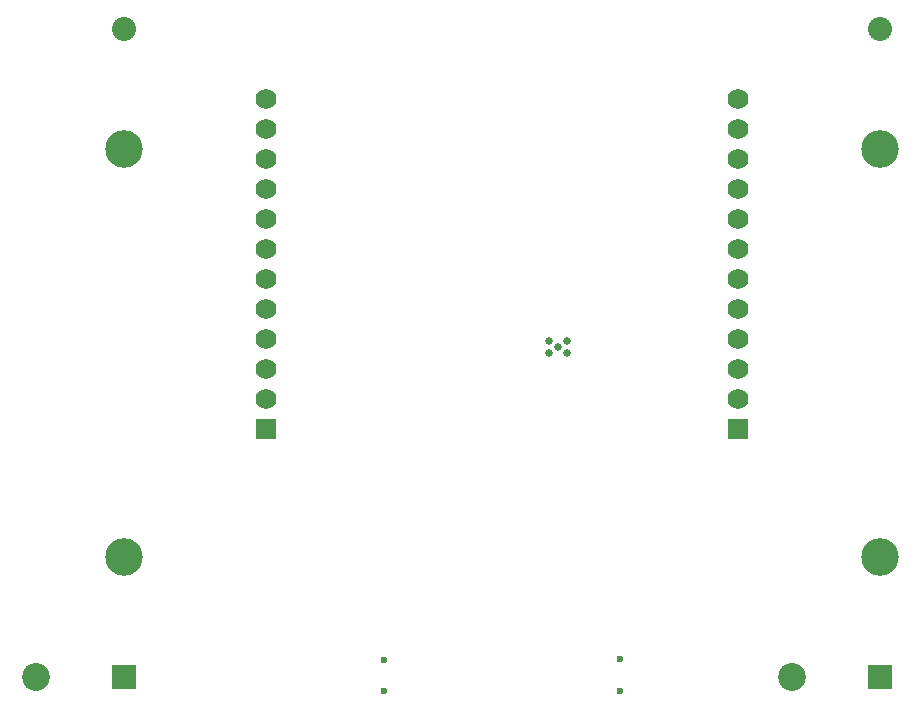
<source format=gbr>
G04 DipTrace 2.4.0.2*
%INBottomMask.gbr*%
%MOIN*%
%ADD43C,0.1252*%
%ADD44C,0.0929*%
%ADD45C,0.0236*%
%ADD61C,0.0252*%
%ADD71C,0.0693*%
%ADD73R,0.0693X0.0693*%
%ADD79C,0.0803*%
%ADD81R,0.0803X0.0803*%
%FSLAX44Y44*%
G04*
G70*
G90*
G75*
G01*
%LNBotMask*%
%LPD*%
D81*
X10858Y17287D3*
D79*
Y38886D3*
D43*
Y21287D3*
Y34886D3*
D44*
X7917Y17287D3*
D73*
X15583Y25551D3*
D71*
Y26551D3*
Y27551D3*
Y28551D3*
Y29551D3*
Y30551D3*
Y31551D3*
Y32551D3*
Y33551D3*
Y34551D3*
Y35551D3*
Y36551D3*
D73*
X31331Y25551D3*
D71*
Y26551D3*
Y27551D3*
Y28551D3*
Y29551D3*
Y30551D3*
Y31551D3*
Y32551D3*
Y33551D3*
Y34551D3*
Y35551D3*
Y36551D3*
D61*
X25027Y28467D3*
Y28074D3*
X25618Y28467D3*
X25323Y28271D3*
X25618Y28074D3*
D45*
X27394Y17878D3*
Y16815D3*
X19520Y17859D3*
Y16796D3*
D81*
X36055Y17287D3*
D79*
Y38886D3*
D43*
Y21287D3*
Y34886D3*
D44*
X33114Y17287D3*
M02*

</source>
